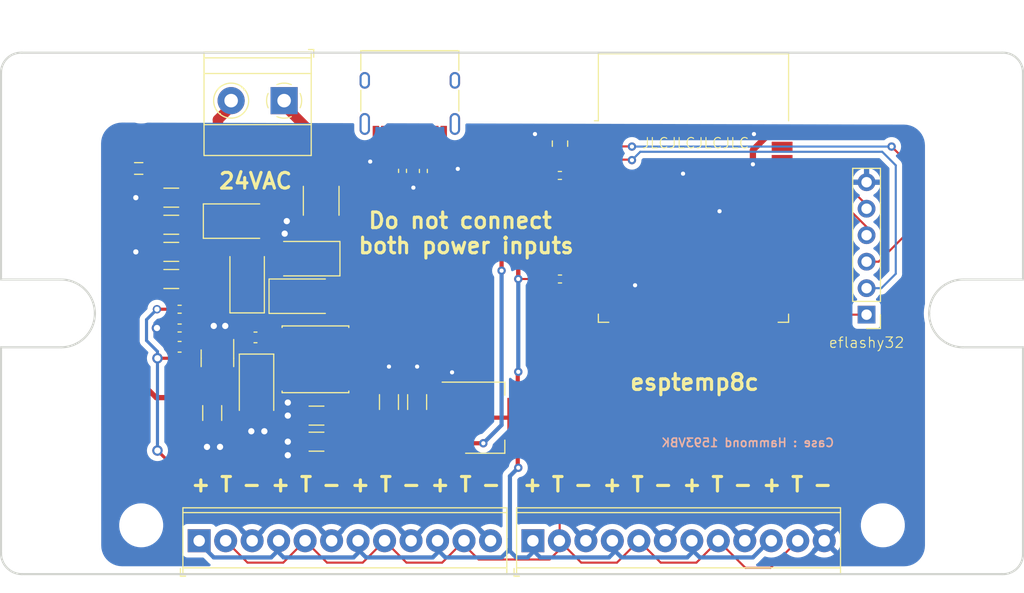
<source format=kicad_pcb>
(kicad_pcb (version 20211014) (generator pcbnew)
  (layers (0 "F.Cu" signal) (31 "B.Cu" signal) (34 "B.Paste" user) (35 "F.Paste" user) (36 "B.SilkS" user "B.Silkscreen") (37 "F.SilkS" user "F.Silkscreen") (38 "B.Mask" user) (39 "F.Mask" user) (44 "Edge.Cuts" user))
  (net 0 "")
  (net 1 "GND")
  (net 2 "/GPIO0")
  (net 3 "/EN")
  (net 4 "/RXD")
  (net 5 "/TXD")
  (net 6 "+5V")
  (net 7 "Net-(D3-Pad1)")
  (net 8 "3V3")
  (net 9 "Net-(C2-Pad1)")
  (net 10 "/Power Section/LX")
  (net 11 "/Power Section/Vrec")
  (net 12 "Net-(C7-Pad1)")
  (net 13 "/Power Section/FB")
  (net 42 "Net-(J4-Pad2)")
  (net 43 "Net-(J4-Pad1)")
  (net 44 "PROBE_BUS")
  (net 45 "Net-(J5-PadA5)")
  (net 49 "Net-(J5-PadB5)")
  (footprint "MountingHole:MountingHole_3.2mm_M3" (layer "F.Cu") (at 51.44 79.32)
    (fp_text reference "H1" hide)
    (fp_text value "MountingHole")
    (pad "" np_thru_hole circle locked (at 0 0) (size 3.2 3.2) (drill 3.2) (layers *.Cu *.Mask))
  )
  (footprint "Capacitor_SMD:C_0603_1608Metric" (layer "F.Cu") (at 55.125 62.2)
    (fp_text reference "C10" hide)
    (fp_text value "0.1uF 50V")
    (pad "1" smd roundrect (at -0.775 0) (size 0.9 0.95) (layers "F.Cu" "F.Paste" "F.Mask") (net 6 "+5V"))
    (pad "2" smd roundrect (at 0.775 0) (size 0.9 0.95) (layers "F.Cu" "F.Paste" "F.Mask") (net 13 "/Power Section/FB"))
  )
  (footprint "Resistor_SMD:R_0402_1005Metric" (layer "F.Cu") (at 55.125 60.4)
    (fp_text reference "R4" hide)
    (fp_text value "680")
    (pad "1" smd roundrect (at -0.51 0) (size 0.54 0.64) (layers "F.Cu" "F.Paste" "F.Mask") (net 1 "GND"))
    (pad "2" smd roundrect (at 0.51 0) (size 0.54 0.64) (layers "F.Cu" "F.Paste" "F.Mask") (net 13 "/Power Section/FB"))
  )
  (footprint "Fuse:Fuse_1812_4532Metric" (layer "F.Cu") (at 68.7 48.2 -90)
    (fp_text reference "F1" hide)
    (fp_text value "140mA hold / 340mA trip mSMD014")
    (pad "1" smd roundrect (at -2.1375 0 270) (size 1.125 3.4) (layers "F.Cu" "F.Paste" "F.Mask") (roundrect_rratio 0.222222) (net 43 "Net-(J4-Pad1)"))
    (pad "2" smd roundrect (at 2.1375 0 270) (size 1.125 3.4) (layers "F.Cu" "F.Paste" "F.Mask") (roundrect_rratio 0.222222) (net 7 "Net-(D3-Pad1)"))
  )
  (footprint "Capacitor_SMD:C_0603_1608Metric" (layer "F.Cu") (at 62.4 61.3)
    (fp_text reference "C2" hide)
    (fp_text value "15nF")
    (pad "1" smd roundrect (at -0.775 0) (size 0.9 0.95) (layers "F.Cu" "F.Paste" "F.Mask") (net 9 "Net-(C2-Pad1)"))
    (pad "2" smd roundrect (at 0.775 0) (size 0.9 0.95) (layers "F.Cu" "F.Paste" "F.Mask") (net 10 "/Power Section/LX"))
  )
  (footprint "Resistor_SMD:R_0402_1005Metric" (layer "F.Cu") (at 91.59 45.77 180)
    (fp_text reference "R1" hide)
    (fp_text value "10k")
    (pad "1" smd roundrect (at -0.51 0 180) (size 0.54 0.64) (layers "F.Cu" "F.Paste" "F.Mask") (net 3 "/EN"))
    (pad "2" smd roundrect (at 0.51 0 180) (size 0.54 0.64) (layers "F.Cu" "F.Paste" "F.Mask") (net 8 "3V3"))
  )
  (footprint "Capacitor_SMD:C_1206_3216Metric" (layer "F.Cu") (at 54.325 55.7 180)
    (fp_text reference "C6" hide)
    (fp_text value "10uF 50V")
    (pad "1" smd roundrect (at -1.475 0 180) (size 1.15 1.8) (layers "F.Cu" "F.Paste" "F.Mask") (roundrect_rratio 0.217391) (net 11 "/Power Section/Vrec"))
    (pad "2" smd roundrect (at 1.475 0 180) (size 1.15 1.8) (layers "F.Cu" "F.Paste" "F.Mask") (roundrect_rratio 0.217391) (net 1 "GND"))
  )
  (footprint "MountingHole:MountingHole_3.2mm_M3" (layer "F.Cu") (at 122.56 79.32)
    (fp_text reference "H2" hide)
    (fp_text value "MountingHole")
    (pad "" np_thru_hole circle locked (at 0 0) (size 3.2 3.2) (drill 3.2) (layers *.Cu *.Mask))
  )
  (footprint "Capacitor_SMD:C_1206_3216Metric" (layer "F.Cu") (at 68.25 71.3 180)
    (fp_text reference "C8" hide)
    (fp_text value "47u")
    (pad "1" smd roundrect (at -1.475 0 180) (size 1.15 1.8) (layers "F.Cu" "F.Paste" "F.Mask") (roundrect_rratio 0.217391) (net 6 "+5V"))
    (pad "2" smd roundrect (at 1.475 0 180) (size 1.15 1.8) (layers "F.Cu" "F.Paste" "F.Mask") (roundrect_rratio 0.217391) (net 1 "GND"))
  )
  (footprint "Capacitor_SMD:C_1206_3216Metric" (layer "F.Cu") (at 68.25 68.8 180)
    (fp_text reference "C9" hide)
    (fp_text value "47u")
    (pad "1" smd roundrect (at -1.475 0 180) (size 1.15 1.8) (layers "F.Cu" "F.Paste" "F.Mask") (roundrect_rratio 0.217391) (net 6 "+5V"))
    (pad "2" smd roundrect (at 1.475 0 180) (size 1.15 1.8) (layers "F.Cu" "F.Paste" "F.Mask") (roundrect_rratio 0.217391) (net 1 "GND"))
  )
  (footprint "MountingHole:MountingHole_3.2mm_M3" (layer "F.Cu") (at 122.56 38.68)
    (fp_text reference "H4" hide)
    (fp_text value "MountingHole")
    (pad "" np_thru_hole circle locked (at 0 0) (size 3.2 3.2) (drill 3.2) (layers *.Cu *.Mask))
  )
  (footprint "Capacitor_SMD:C_1206_3216Metric" (layer "F.Cu") (at 54.325 47.9 180)
    (fp_text reference "C5" hide)
    (fp_text value "10uF 50V")
    (pad "1" smd roundrect (at -1.475 0 180) (size 1.15 1.8) (layers "F.Cu" "F.Paste" "F.Mask") (roundrect_rratio 0.217391) (net 11 "/Power Section/Vrec"))
    (pad "2" smd roundrect (at 1.475 0 180) (size 1.15 1.8) (layers "F.Cu" "F.Paste" "F.Mask") (roundrect_rratio 0.217391) (net 1 "GND"))
  )
  (footprint "Capacitor_SMD:C_0805_2012Metric" (layer "F.Cu") (at 91.6 42.72 -90)
    (fp_text reference "C1" hide)
    (fp_text value "10uF")
    (pad "1" smd roundrect (at -0.95 0 270) (size 1 1.45) (layers "F.Cu" "F.Paste" "F.Mask") (net 1 "GND"))
    (pad "2" smd roundrect (at 0.95 0 270) (size 1 1.45) (layers "F.Cu" "F.Paste" "F.Mask") (net 8 "3V3"))
  )
  (footprint "MountingHole:MountingHole_3.2mm_M3" (layer "F.Cu") (at 51.44 38.68)
    (fp_text reference "H3" hide)
    (fp_text value "MountingHole")
    (pad "" np_thru_hole circle locked (at 0 0) (size 3.2 3.2) (drill 3.2) (layers *.Cu *.Mask))
  )
  (footprint "Inductor_SMD:L_Sunlord_SWPA60xxS" (layer "F.Cu") (at 68.15 63.4)
    (fp_text reference "L1" hide)
    (fp_text value "6.8uH")
    (pad "1" smd rect locked (at -2.25 0) (size 1.7 5.7) (layers "F.Cu" "F.Paste" "F.Mask") (net 10 "/Power Section/LX"))
    (pad "2" smd rect locked (at 2.25 0) (size 1.7 5.7) (layers "F.Cu" "F.Paste" "F.Mask") (net 6 "+5V"))
  )
  (footprint "TerminalBlock_Phoenix:TerminalBlock_Phoenix_MPT-0,5-12-2.54_1x12_P2.54mm_Horizontal" (layer "F.Cu") (at 89 80.8)
    (fp_text reference "J2" hide)
    (fp_text value "Probes")
    (pad "1" thru_hole rect (at 0 0) (size 2.2 2.2) (drill 1.1) (layers *.Cu *.Mask) (net 8 "3V3"))
    (pad "2" thru_hole circle (at 2.54 0) (size 2.2 2.2) (drill 1.1) (layers *.Cu *.Mask) (net 44 "PROBE_BUS"))
    (pad "3" thru_hole circle (at 5.08 0) (size 2.2 2.2) (drill 1.1) (layers *.Cu *.Mask) (net 1 "GND"))
    (pad "4" thru_hole circle (at 7.62 0) (size 2.2 2.2) (drill 1.1) (layers *.Cu *.Mask) (net 8 "3V3"))
    (pad "5" thru_hole circle (at 10.16 0) (size 2.2 2.2) (drill 1.1) (layers *.Cu *.Mask) (net 44 "PROBE_BUS"))
    (pad "6" thru_hole circle (at 12.7 0) (size 2.2 2.2) (drill 1.1) (layers *.Cu *.Mask) (net 1 "GND"))
    (pad "7" thru_hole circle (at 15.24 0) (size 2.2 2.2) (drill 1.1) (layers *.Cu *.Mask) (net 8 "3V3"))
    (pad "8" thru_hole circle (at 17.78 0) (size 2.2 2.2) (drill 1.1) (layers *.Cu *.Mask) (net 44 "PROBE_BUS"))
    (pad "9" thru_hole circle (at 20.32 0) (size 2.2 2.2) (drill 1.1) (layers *.Cu *.Mask) (net 1 "GND"))
    (pad "10" thru_hole circle (at 22.86 0) (size 2.2 2.2) (drill 1.1) (layers *.Cu *.Mask) (net 8 "3V3"))
    (pad "11" thru_hole circle (at 25.4 0) (size 2.2 2.2) (drill 1.1) (layers *.Cu *.Mask) (net 44 "PROBE_BUS"))
    (pad "12" thru_hole circle (at 27.94 0) (size 2.2 2.2) (drill 1.1) (layers *.Cu *.Mask) (net 1 "GND"))
  )
  (footprint "Diode_SMD:D_SMA" (layer "F.Cu") (at 67.1 57.35)
    (fp_text reference "D4" hide)
    (fp_text value "SS210")
    (pad "1" smd rect (at -2 0) (size 2.5 1.8) (layers "F.Cu" "F.Paste" "F.Mask") (net 11 "/Power Section/Vrec"))
    (pad "2" smd rect (at 2 0) (size 2.5 1.8) (layers "F.Cu" "F.Paste" "F.Mask") (net 7 "Net-(D3-Pad1)"))
  )
  (footprint "TerminalBlock_Phoenix:TerminalBlock_Phoenix_MKDS-1,5-2-5.08_1x02_P5.08mm_Horizontal" (layer "F.Cu") (at 65.145 38.595 180)
    (fp_text reference "J4" hide)
    (fp_text value "24VAC")
    (pad "1" thru_hole rect (at 0 0 180) (size 2.6 2.6) (drill 1.3) (layers F&B.Cu *.Mask) (net 43 "Net-(J4-Pad1)"))
    (pad "2" thru_hole circle (at 5.08 0 180) (size 2.6 2.6) (drill 1.3) (layers F&B.Cu *.Mask) (net 42 "Net-(J4-Pad2)"))
  )
  (footprint "Capacitor_SMD:C_1206_3216Metric" (layer "F.Cu") (at 54.325 53.1 180)
    (fp_text reference "C3" hide)
    (fp_text value "10uF 50V")
    (pad "1" smd roundrect (at -1.475 0 180) (size 1.15 1.8) (layers "F.Cu" "F.Paste" "F.Mask") (roundrect_rratio 0.217391) (net 11 "/Power Section/Vrec"))
    (pad "2" smd roundrect (at 1.475 0 180) (size 1.15 1.8) (layers "F.Cu" "F.Paste" "F.Mask") (roundrect_rratio 0.217391) (net 1 "GND"))
  )
  (footprint "Resistor_SMD:R_0402_1005Metric" (layer "F.Cu") (at 76.5 45.33 -90)
    (fp_text reference "R6" hide)
    (fp_text value "5k1")
    (pad "1" smd roundrect (at -0.51 0 270) (size 0.54 0.64) (layers "F.Cu" "F.Paste" "F.Mask") (net 49 "Net-(J5-PadB5)"))
    (pad "2" smd roundrect (at 0.51 0 270) (size 0.54 0.64) (layers "F.Cu" "F.Paste" "F.Mask") (net 1 "GND"))
  )
  (footprint "Capacitor_SMD:C_1206_3216Metric" (layer "F.Cu") (at 54.325 50.5 180)
    (fp_text reference "C4" hide)
    (fp_text value "10uF 50V")
    (pad "1" smd roundrect (at -1.475 0 180) (size 1.15 1.8) (layers "F.Cu" "F.Paste" "F.Mask") (roundrect_rratio 0.217391) (net 11 "/Power Section/Vrec"))
    (pad "2" smd roundrect (at 1.475 0 180) (size 1.15 1.8) (layers "F.Cu" "F.Paste" "F.Mask") (roundrect_rratio 0.217391) (net 1 "GND"))
  )
  (footprint "Connector_PinHeader_2.54mm:PinHeader_1x06_P2.54mm_Vertical" (layer "F.Cu") (at 121 59.12 180)
    (fp_text reference "J3" hide)
    (fp_text value "eflashy32")
    (pad "1" thru_hole rect (at 0 0 180) (size 1.7 1.7) (drill 1) (layers *.Cu *.Mask) (net 2 "/GPIO0"))
    (pad "2" thru_hole oval (at 0 2.54 180) (size 1.7 1.7) (drill 1) (layers *.Cu *.Mask) (net 3 "/EN"))
    (pad "3" thru_hole oval (at 0 5.08 180) (size 1.7 1.7) (drill 1) (layers *.Cu *.Mask) (net 8 "3V3"))
    (pad "4" thru_hole oval (at 0 7.62 180) (size 1.7 1.7) (drill 1) (layers *.Cu *.Mask) (net 4 "/RXD"))
    (pad "5" thru_hole oval (at 0 10.16 180) (size 1.7 1.7) (drill 1) (layers *.Cu *.Mask) (net 5 "/TXD"))
    (pad "6" thru_hole oval (at 0 12.7 180) (size 1.7 1.7) (drill 1) (layers *.Cu *.Mask) (net 1 "GND"))
  )
  (footprint "Capacitor_SMD:C_1206_3216Metric" (layer "F.Cu") (at 77.9 67.5 90)
    (fp_text reference "C11" hide)
    (fp_text value "10uF 50V")
    (pad "1" smd roundrect (at -1.475 0 90) (size 1.15 1.8) (layers "F.Cu" "F.Paste" "F.Mask") (roundrect_rratio 0.217391) (net 8 "3V3"))
    (pad "2" smd roundrect (at 1.475 0 90) (size 1.15 1.8) (layers "F.Cu" "F.Paste" "F.Mask") (roundrect_rratio 0.217391) (net 1 "GND"))
  )
  (footprint "Diode_SMD:D_SMA" (layer "F.Cu") (at 67.1 53.75 180)
    (fp_text reference "D3" hide)
    (fp_text value "SS210")
    (pad "1" smd rect (at -2 0 180) (size 2.5 1.8) (layers "F.Cu" "F.Paste" "F.Mask") (net 7 "Net-(D3-Pad1)"))
    (pad "2" smd rect (at 2 0 180) (size 2.5 1.8) (layers "F.Cu" "F.Paste" "F.Mask") (net 1 "GND"))
  )
  (footprint "Package_TO_SOT_SMD:SOT-223-3_TabPin2" (layer "F.Cu") (at 84.4 69)
    (fp_text reference "U3" hide)
    (fp_text value "AMS1117-3.3")
    (pad "1" smd rect (at -3.15 -2.3) (size 2 1.5) (layers "F.Cu" "F.Paste" "F.Mask") (net 1 "GND"))
    (pad "2" smd rect (at 3.15 0) (size 2 3.8) (layers "F.Cu" "F.Paste" "F.Mask") (net 8 "3V3"))
    (pad "2" smd rect (at -3.15 0) (size 2 1.5) (layers "F.Cu" "F.Paste" "F.Mask") (net 8 "3V3"))
    (pad "3" smd rect (at -3.15 2.3) (size 2 1.5) (layers "F.Cu" "F.Paste" "F.Mask") (net 6 "+5V"))
  )
  (footprint "Diode_SMD:D_SMA" (layer "F.Cu") (at 61.6 55.55 90)
    (fp_text reference "D2" hide)
    (fp_text value "SS210")
    (pad "1" smd rect (at -2 0 90) (size 2.5 1.8) (layers "F.Cu" "F.Paste" "F.Mask") (net 11 "/Power Section/Vrec"))
    (pad "2" smd rect (at 2 0 90) (size 2.5 1.8) (layers "F.Cu" "F.Paste" "F.Mask") (net 42 "Net-(J4-Pad2)"))
  )
  (footprint "Diode_SMD:D_SMA" (layer "F.Cu") (at 62.5 66.3 -90)
    (fp_text reference "D5" hide)
    (fp_text value "SS210")
    (pad "1" smd rect (at -2 0 270) (size 2.5 1.8) (layers "F.Cu" "F.Paste" "F.Mask") (net 10 "/Power Section/LX"))
    (pad "2" smd rect (at 2 0 270) (size 2.5 1.8) (layers "F.Cu" "F.Paste" "F.Mask") (net 1 "GND"))
  )
  (footprint "Connector_USB:USB_C_Receptacle_HRO_TYPE-C-31-M-12" (layer "F.Cu") (at 77.2 37.7 180)
    (fp_text reference "J5" hide)
    (fp_text value "USB_C_Receptacle_USB2.0")
    (pad "" np_thru_hole circle (at 2.89 -2.6 180) (size 0.65 0.65) (drill 0.65) (layers *.Cu *.Mask))
    (pad "" np_thru_hole circle (at -2.89 -2.6 180) (size 0.65 0.65) (drill 0.65) (layers *.Cu *.Mask))
    (pad "A1" smd rect (at -3.25 -4.045 180) (size 0.6 1.45) (layers "F.Cu" "F.Paste" "F.Mask") (net 1 "GND"))
    (pad "A4" smd rect (at -2.45 -4.045 180) (size 0.6 1.45) (layers "F.Cu" "F.Paste" "F.Mask") (net 6 "+5V"))
    (pad "A5" smd rect (at -1.25 -4.045 180) (size 0.3 1.45) (layers "F.Cu" "F.Paste" "F.Mask") (net 45 "Net-(J5-PadA5)"))
    (pad "A6" smd rect (at -0.25 -4.045 180) (size 0.3 1.45) (layers "F.Cu" "F.Paste" "F.Mask"))
    (pad "A7" smd rect (at 0.25 -4.045 180) (size 0.3 1.45) (layers "F.Cu" "F.Paste" "F.Mask"))
    (pad "A8" smd rect (at 1.25 -4.045 180) (size 0.3 1.45) (layers "F.Cu" "F.Paste" "F.Mask"))
    (pad "A9" smd rect (at 2.45 -4.045 180) (size 0.6 1.45) (layers "F.Cu" "F.Paste" "F.Mask") (net 6 "+5V"))
    (pad "A12" smd rect (at 3.25 -4.045 180) (size 0.6 1.45) (layers "F.Cu" "F.Paste" "F.Mask") (net 1 "GND"))
    (pad "B1" smd rect (at 3.25 -4.045 180) (size 0.6 1.45) (layers "F.Cu" "F.Paste" "F.Mask") (net 1 "GND"))
    (pad "B4" smd rect (at 2.45 -4.045 180) (size 0.6 1.45) (layers "F.Cu" "F.Paste" "F.Mask") (net 6 "+5V"))
    (pad "B5" smd rect (at 1.75 -4.045 180) (size 0.3 1.45) (layers "F.Cu" "F.Paste" "F.Mask") (net 49 "Net-(J5-PadB5)"))
    (pad "B6" smd rect (at 0.75 -4.045 180) (size 0.3 1.45) (layers "F.Cu" "F.Paste" "F.Mask"))
    (pad "B7" smd rect (at -0.75 -4.045 180) (size 0.3 1.45) (layers "F.Cu" "F.Paste" "F.Mask"))
    (pad "B8" smd rect (at -1.75 -4.045 180) (size 0.3 1.45) (layers "F.Cu" "F.Paste" "F.Mask"))
    (pad "B9" smd rect (at -2.45 -4.045 180) (size 0.6 1.45) (layers "F.Cu" "F.Paste" "F.Mask") (net 6 "+5V"))
    (pad "B12" smd rect (at -3.25 -4.045 180) (size 0.6 1.45) (layers "F.Cu" "F.Paste" "F.Mask") (net 1 "GND"))
    (pad "S1" thru_hole oval (at 4.32 -3.13 180) (size 1 2.1) (drill oval 0.6 1.7) (layers *.Cu *.Mask))
    (pad "S1" thru_hole oval (at 4.32 1.05 180) (size 1 1.6) (drill oval 0.6 1.2) (layers *.Cu *.Mask))
    (pad "S1" thru_hole oval (at -4.32 1.05 180) (size 1 1.6) (drill oval 0.6 1.2) (layers *.Cu *.Mask))
    (pad "S1" thru_hole oval (at -4.32 -3.13 180) (size 1 2.1) (drill oval 0.6 1.7) (layers *.Cu *.Mask))
  )
  (footprint "Capacitor_SMD:C_1206_3216Metric" (layer "F.Cu") (at 58.25 68.55 -90)
    (fp_text reference "C7" hide)
    (fp_text value "10uF 50V")
    (pad "1" smd roundrect (at -1.475 0 270) (size 1.15 1.8) (layers "F.Cu" "F.Paste" "F.Mask") (roundrect_rratio 0.217391) (net 12 "Net-(C7-Pad1)"))
    (pad "2" smd roundrect (at 1.475 0 270) (size 1.15 1.8) (layers "F.Cu" "F.Paste" "F.Mask") (roundrect_rratio 0.217391) (net 1 "GND"))
  )
  (footprint "Resistor_SMD:R_0402_1005Metric" (layer "F.Cu") (at 55.125 58.6 180)
    (fp_text reference "R3" hide)
    (fp_text value "3k9")
    (pad "1" smd roundrect (at -0.51 0 180) (size 0.54 0.64) (layers "F.Cu" "F.Paste" "F.Mask") (net 13 "/Power Section/FB"))
    (pad "2" smd roundrect (at 0.51 0 180) (size 0.54 0.64) (layers "F.Cu" "F.Paste" "F.Mask") (net 6 "+5V"))
  )
  (footprint "RF_Module:ESP32-WROOM-32" (layer "F.Cu") (at 104.4 49.97)
    (fp_text reference "U1" hide)
    (fp_text value "ESP32-WROOM-32D")
    (pad "1" smd rect (at -8.5 -8.255) (size 2 0.9) (layers "F.Cu" "F.Paste" "F.Mask") (net 1 "GND"))
    (pad "2" smd rect (at -8.5 -6.985) (size 2 0.9) (layers "F.Cu" "F.Paste" "F.Mask") (net 8 "3V3"))
    (pad "3" smd rect (at -8.5 -5.715) (size 2 0.9) (layers "F.Cu" "F.Paste" "F.Mask") (net 3 "/EN"))
    (pad "4" smd rect (at -8.5 -4.445) (size 2 0.9) (layers "F.Cu" "F.Paste" "F.Mask"))
    (pad "5" smd rect (at -8.5 -3.175) (size 2 0.9) (layers "F.Cu" "F.Paste" "F.Mask"))
    (pad "6" smd rect (at -8.5 -1.905) (size 2 0.9) (layers "F.Cu" "F.Paste" "F.Mask"))
    (pad "7" smd rect (at -8.5 -0.635) (size 2 0.9) (layers "F.Cu" "F.Paste" "F.Mask"))
    (pad "8" smd rect (at -8.5 0.635) (size 2 0.9) (layers "F.Cu" "F.Paste" "F.Mask"))
    (pad "9" smd rect (at -8.5 1.905) (size 2 0.9) (layers "F.Cu" "F.Paste" "F.Mask"))
    (pad "10" smd rect (at -8.5 3.175) (size 2 0.9) (layers "F.Cu" "F.Paste" "F.Mask"))
    (pad "11" smd rect (at -8.5 4.445) (size 2 0.9) (layers "F.Cu" "F.Paste" "F.Mask"))
    (pad "12" smd rect (at -8.5 5.715) (size 2 0.9) (layers "F.Cu" "F.Paste" "F.Mask") (net 44 "PROBE_BUS"))
    (pad "13" smd rect (at -8.5 6.985) (size 2 0.9) (layers "F.Cu" "F.Paste" "F.Mask"))
    (pad "14" smd rect (at -8.5 8.255) (size 2 0.9) (layers "F.Cu" "F.Paste" "F.Mask"))
    (pad "15" smd rect (at -5.715 9.255 90) (size 2 0.9) (layers "F.Cu" "F.Paste" "F.Mask") (net 1 "GND"))
    (pad "16" smd rect (at -4.445 9.255 90) (size 2 0.9) (layers "F.Cu" "F.Paste" "F.Mask"))
    (pad "17" smd rect (at -3.175 9.255 90) (size 2 0.9) (layers "F.Cu" "F.Paste" "F.Mask"))
    (pad "18" smd rect (at -1.905 9.255 90) (size 2 0.9) (layers "F.Cu" "F.Paste" "F.Mask"))
    (pad "19" smd rect (at -0.635 9.255 90) (size 2 0.9) (layers "F.Cu" "F.Paste" "F.Mask"))
    (pad "20" smd rect (at 0.635 9.255 90) (size 2 0.9) (layers "F.Cu" "F.Paste" "F.Mask"))
    (pad "21" smd rect (at 1.905 9.255 90) (size 2 0.9) (layers "F.Cu" "F.Paste" "F.Mask"))
    (pad "22" smd rect (at 3.175 9.255 90) (size 2 0.9) (layers "F.Cu" "F.Paste" "F.Mask"))
    (pad "23" smd rect (at 4.445 9.255 90) (size 2 0.9) (layers "F.Cu" "F.Paste" "F.Mask"))
    (pad "24" smd rect (at 5.715 9.255 90) (size 2 0.9) (layers "F.Cu" "F.Paste" "F.Mask"))
    (pad "25" smd rect (at 8.5 8.255) (size 2 0.9) (layers "F.Cu" "F.Paste" "F.Mask") (net 2 "/GPIO0"))
    (pad "26" smd rect (at 8.5 6.985) (size 2 0.9) (layers "F.Cu" "F.Paste" "F.Mask"))
    (pad "27" smd rect (at 8.5 5.715) (size 2 0.9) (layers "F.Cu" "F.Paste" "F.Mask"))
    (pad "28" smd rect (at 8.5 4.445) (size 2 0.9) (layers "F.Cu" "F.Paste" "F.Mask"))
    (pad "29" smd rect (at 8.5 3.175) (size 2 0.9) (layers "F.Cu" "F.Paste" "F.Mask"))
    (pad "30" smd rect (at 8.5 1.905) (size 2 0.9) (layers "F.Cu" "F.Paste" "F.Mask"))
    (pad "31" smd rect (at 8.5 0.635) (size 2 0.9) (layers "F.Cu" "F.Paste" "F.Mask"))
    (pad "32" smd rect (at 8.5 -0.635) (size 2 0.9) (layers "F.Cu" "F.Paste" "F.Mask"))
    (pad "33" smd rect (at 8.5 -1.905) (size 2 0.9) (layers "F.Cu" "F.Paste" "F.Mask"))
    (pad "34" smd rect (at 8.5 -3.175) (size 2 0.9) (layers "F.Cu" "F.Paste" "F.Mask") (net 4 "/RXD"))
    (pad "35" smd rect (at 8.5 -4.445) (size 2 0.9) (layers "F.Cu" "F.Paste" "F.Mask") (net 5 "/TXD"))
    (pad "36" smd rect (at 8.5 -5.715) (size 2 0.9) (layers "F.Cu" "F.Paste" "F.Mask"))
    (pad "37" smd rect (at 8.5 -6.985) (size 2 0.9) (layers "F.Cu" "F.Paste" "F.Mask"))
    (pad "38" smd rect (at 8.5 -8.255) (size 2 0.9) (layers "F.Cu" "F.Paste" "F.Mask") (net 1 "GND"))
    (pad "39" smd rect (at -1 -0.755) (size 5 5) (layers "F.Cu" "F.Paste" "F.Mask") (net 1 "GND"))
    (zone (net 0) (net_name "") (layers *.Cu) (connect_pads (clearance 0)) (min_thickness 0.254)
      (keepout (tracks not_allowed) (vias not_allowed) (pads not_allowed) (copperpour not_allowed) (footprints not_allowed))
      (fill (thermal_gap 0.508) (thermal_bridge_width 0.508))
      (polygon (pts (xy 90.4 40) (xy 118.4 40) (xy 118.4 29.22) (xy 90.4 29.22)))
    )
  )
  (footprint "Diode_SMD:D_SMA" (layer "F.Cu") (at 60.8 50.15)
    (fp_text reference "D1" hide)
    (fp_text value "SS210")
    (pad "1" smd rect (at -2 0) (size 2.5 1.8) (layers "F.Cu" "F.Paste" "F.Mask") (net 42 "Net-(J4-Pad2)"))
    (pad "2" smd rect (at 2 0) (size 2.5 1.8) (layers "F.Cu" "F.Paste" "F.Mask") (net 1 "GND"))
  )
  (footprint "Inductor_SMD:L_0805_2012Metric" (layer "F.Cu") (at 51.2 45.1)
    (fp_text reference "FB1" hide)
    (fp_text value "600@100MHz")
    (pad "1" smd roundrect (at -1.0625 0) (size 0.875 1.2) (layers "F.Cu" "F.Paste" "F.Mask") (net 12 "Net-(C7-Pad1)"))
    (pad "2" smd roundrect (at 1.0625 0) (size 0.875 1.2) (layers "F.Cu" "F.Paste" "F.Mask") (net 11 "/Power Section/Vrec"))
  )
  (footprint "TerminalBlock_Phoenix:TerminalBlock_Phoenix_MPT-0,5-12-2.54_1x12_P2.54mm_Horizontal" (layer "F.Cu") (at 57 80.8)
    (fp_text reference "J1" hide)
    (fp_text value "Probes")
    (pad "1" thru_hole rect (at 0 0) (size 2.2 2.2) (drill 1.1) (layers *.Cu *.Mask) (net 8 "3V3"))
    (pad "2" thru_hole circle (at 2.54 0) (size 2.2 2.2) (drill 1.1) (layers *.Cu *.Mask) (net 44 "PROBE_BUS"))
    (pad "3" thru_hole circle (at 5.08 0) (size 2.2 2.2) (drill 1.1) (layers *.Cu *.Mask) (net 1 "GND"))
    (pad "4" thru_hole circle (at 7.62 0) (size 2.2 2.2) (drill 1.1) (layers *.Cu *.Mask) (net 8 "3V3"))
    (pad "5" thru_hole circle (at 10.16 0) (size 2.2 2.2) (drill 1.1) (layers *.Cu *.Mask) (net 44 "PROBE_BUS"))
    (pad "6" thru_hole circle (at 12.7 0) (size 2.2 2.2) (drill 1.1) (layers *.Cu *.Mask) (net 1 "GND"))
    (pad "7" thru_hole circle (at 15.24 0) (size 2.2 2.2) (drill 1.1) (layers *.Cu *.Mask) (net 8 "3V3"))
    (pad "8" thru_hole circle (at 17.78 0) (size 2.2 2.2) (drill 1.1) (layers *.Cu *.Mask) (net 44 "PROBE_BUS"))
    (pad "9" thru_hole circle (at 20.32 0) (size 2.2 2.2) (drill 1.1) (layers *.Cu *.Mask) (net 1 "GND"))
    (pad "10" thru_hole circle (at 22.86 0) (size 2.2 2.2) (drill 1.1) (layers *.Cu *.Mask) (net 8 "3V3"))
    (pad "11" thru_hole circle (at 25.4 0) (size 2.2 2.2) (drill 1.1) (layers *.Cu *.Mask) (net 44 "PROBE_BUS"))
    (pad "12" thru_hole circle (at 27.94 0) (size 2.2 2.2) (drill 1.1) (layers *.Cu *.Mask) (net 1 "GND"))
  )
  (footprint "Package_TO_SOT_SMD:SOT-23-6" (layer "F.Cu") (at 58.75 63.3 -90)
    (fp_text reference "U2" hide)
    (fp_text value "BD9G101G")
    (pad "1" smd roundrect (at -1.1375 -0.95 270) (size 1.325 0.6) (layers "F.Cu" "F.Paste" "F.Mask") (net 9 "Net-(C2-Pad1)"))
    (pad "2" smd roundrect (at -1.1375 0 270) (size 1.325 0.6) (layers "F.Cu" "F.Paste" "F.Mask") (net 1 "GND"))
    (pad "3" smd roundrect (at -1.1375 0.95 270) (size 1.325 0.6) (layers "F.Cu" "F.Paste" "F.Mask") (net 13 "/Power Section/FB"))
    (pad "4" smd roundrect (at 1.1375 0.95 270) (size 1.325 0.6) (layers "F.Cu" "F.Paste" "F.Mask") (net 12 "Net-(C7-Pad1)"))
    (pad "5" smd roundrect (at 1.1375 0 270) (size 1.325 0.6) (layers "F.Cu" "F.Paste" "F.Mask") (net 12 "Net-(C7-Pad1)"))
    (pad "6" smd roundrect (at 1.1375 -0.95 270) (size 1.325 0.6) (layers "F.Cu" "F.Paste" "F.Mask") (net 10 "/Power Section/LX"))
  )
  (footprint "Resistor_SMD:R_0402_1005Metric" (layer "F.Cu") (at 91.6 55.7)
    (fp_text reference "R2" hide)
    (fp_text value "5k1")
    (pad "1" smd roundrect (at -0.51 0) (size 0.54 0.64) (layers "F.Cu" "F.Paste" "F.Mask") (net 8 "3V3"))
    (pad "2" smd roundrect (at 0.51 0) (size 0.54 0.64) (layers "F.Cu" "F.Paste" "F.Mask") (net 44 "PROBE_BUS"))
  )
  (footprint "Capacitor_SMD:C_1206_3216Metric" (layer "F.Cu") (at 75.2 67.5 90)
    (fp_text reference "C12" hide)
    (fp_text value "10uF 50V")
    (pad "1" smd roundrect (at -1.475 0 90) (size 1.15 1.8) (layers "F.Cu" "F.Paste" "F.Mask") (roundrect_rratio 0.217391) (net 8 "3V3"))
    (pad "2" smd roundrect (at 1.475 0 90) (size 1.15 1.8) (layers "F.Cu" "F.Paste" "F.Mask") (roundrect_rratio 0.217391) (net 1 "GND"))
  )
  (footprint "Resistor_SMD:R_0402_1005Metric" (layer "F.Cu") (at 78.5 45.34 -90)
    (fp_text reference "R5" hide)
    (fp_text value "5k1")
    (pad "1" smd roundrect (at -0.51 0 270) (size 0.54 0.64) (layers "F.Cu" "F.Paste" "F.Mask") (net 45 "Net-(J5-PadA5)"))
    (pad "2" smd roundrect (at 0.51 0 270) (size 0.54 0.64) (layers "F.Cu" "F.Paste" "F.Mask") (net 1 "GND"))
  )
  (gr_arc locked (start 136 82.085786) (mid 135.408789 83.470002) (end 134 83.999999) (layer "Edge.Cuts") (width 0.2))
  (gr_arc locked (start 47 59) (mid 46.048097 61.298097) (end 43.75 62.25) (layer "Edge.Cuts") (width 0.2))
  (gr_arc locked (start 38 35.914214) (mid 38.591211 34.529998) (end 40 34) (layer "Edge.Cuts") (width 0.2))
  (gr_line locked (start 136 82.085786) (end 136 62.25) (layer "Edge.Cuts") (width 0.2))
  (gr_arc locked (start 134 34) (mid 135.408789 34.529998) (end 136 35.914214) (layer "Edge.Cuts") (width 0.2))
  (gr_arc locked (start 130.25 62.25) (mid 127.951903 61.298097) (end 127 59) (layer "Edge.Cuts") (width 0.2))
  (gr_line locked (start 38 62.25) (end 43.75 62.25) (layer "Edge.Cuts") (width 0.2))
  (gr_line locked (start 38 35.914214) (end 38 55.75) (layer "Edge.Cuts") (width 0.2))
  (gr_arc locked (start 40 83.999999) (mid 38.585786 83.414213) (end 38 81.999999) (layer "Edge.Cuts") (width 0.2))
  (gr_line locked (start 130.25 55.75) (end 136 55.75) (layer "Edge.Cuts") (width 0.2))
  (gr_line locked (start 136 55.75) (end 136 35.914214) (layer "Edge.Cuts") (width 0.2))
  (gr_arc locked (start 43.75 55.75) (mid 46.048097 56.701903) (end 47 59) (layer "Edge.Cuts") (width 0.2))
  (gr_line locked (start 134 34) (end 40 34) (layer "Edge.Cuts") (width 0.2))
  (gr_line locked (start 127 59) (end 127 59) (layer "Edge.Cuts") (width 0.2))
  (gr_line locked (start 38 62.25) (end 38 81.999999) (layer "Edge.Cuts") (width 0.2))
  (gr_arc locked (start 127 59) (mid 127.951903 56.701903) (end 130.25 55.75) (layer "Edge.Cuts") (width 0.2))
  (gr_line locked (start 40 83.999999) (end 134 83.999999) (layer "Edge.Cuts") (width 0.2))
  (gr_line locked (start 136 62.25) (end 130.25 62.25) (layer "Edge.Cuts") (width 0.2))
  (gr_line locked (start 43.75 55.75) (end 38 55.75) (layer "Edge.Cuts") (width 0.2))
  (gr_text "Case : Hammond 1593VBK" (at 109.6 71.4) (layer "B.SilkS") (effects (font (size 0.8128 0.8128) (thickness 0.1524)) (justify mirror)))
  (gr_text "+ T - + T - + T - + T -" (at 56.1 75.4) (layer "F.SilkS") (effects (font (size 1.385 1.385) (thickness 0.3048)) (justify left)))
  (gr_text "esptemp8c" (at 104.5 65.6) (layer "F.SilkS") (effects (font (size 1.524 1.524) (thickness 0.3048))))
  (gr_text "+ T - + T - + T - + T -" (at 87.9 75.4) (layer "F.SilkS") (effects (font (size 1.385 1.385) (thickness 0.3048)) (justify left)))
  (gr_text "Do not connect \nboth power inputs" (at 82.6 51.3) (layer "F.SilkS") (effects (font (size 1.5 1.5) (thickness 0.3))))
  (gr_text "eflashy32" (at 121 61.8) (layer "F.SilkS") (effects (font (size 1 1) (thickness 0.1))))
  (gr_text "JLCJLCJLCJLC" (at 104.6 42.67) (layer "F.SilkS") (effects (font (size 1 1) (thickness 0.1))))
  (gr_text "24VAC" (at 62.4 46.3) (layer "F.SilkS") (effects (font (size 1.5 1.5) (thickness 0.3))))
  (segment (start 52.85 53.1) (end 50.925 53.1) (width 1) (layer "F.Cu") (net 1))
  (segment (start 52.85 47.9) (end 50.925 47.9) (width 1) (layer "F.Cu") (net 1))
  (segment (start 58.75 60.55) (end 58.75 62.1625) (width 0.6) (layer "F.Cu") (net 1))
  (segment (start 75.2 66.025) (end 75.2 64.1) (width 0.4) (layer "F.Cu") (net 1))
  (segment (start 62.5 68.3) (end 62.5 69.55) (width 1) (layer "F.Cu") (net 1))
  (segment (start 77.54 46.94) (end 78.36 46.94) (width 0.2) (layer "F.Cu") (net 1))
  (segment (start 78.5 46.8) (end 78.5 45.85) (width 0.2) (layer "F.Cu") (net 1))
  (segment (start 66.775 71.3) (end 65.5 71.3) (width 1) (layer "F.Cu") (net 1))
  (segment (start 95.845 41.77) (end 95.9 41.715) (width 0.6) (layer "F.Cu") (net 1))
  (segment (start 66.775 68.8) (end 66.775 70.025) (width 1) (layer "F.Cu") (net 1))
  (segment (start 98.685 56.415) (end 98.685 59.225) (width 0.6) (layer "F.Cu") (net 1))
  (segment (start 89.23 41.77) (end 89.2 41.8) (width 0.6) (layer "F.Cu") (net 1))
  (segment (start 66.775 70.075) (end 65.5 68.8) (width 1) (layer "F.Cu") (net 1))
  (segment (start 66.775 71.3) (end 66.775 70.075) (width 1) (layer "F.Cu") (net 1))
  (segment (start 91.6 41.77) (end 89.23 41.77) (width 0.6) (layer "F.Cu") (net 1))
  (segment (start 66.775 71.325) (end 65.5 72.6) (width 0.6) (layer "F.Cu") (net 1))
  (segment (start 77.9 64.1) (end 77.9 66.025) (width 0.4) (layer "F.Cu") (net 1))
  (segment (start 62.5 68.3) (end 62.5 69.8) (width 1) (layer "F.Cu") (net 1))
  (segment (start 58.25 71.3) (end 57.75 71.8) (width 1) (layer "F.Cu") (net 1))
  (segment (start 66.775 71.3) (end 66.775 71.325) (width 0.6) (layer "F.Cu") (net 1))
  (segment (start 65.5 67.55) (end 65.5 72.6) (width 1) (layer "F.Cu") (net 1))
  (segment (start 81.25 64.65) (end 81.25 66.7) (width 0.4) (layer "F.Cu") (net 1))
  (segment (start 81.8 45.14) (end 80.45 43.79) (width 0.4) (layer "F.Cu") (net 1))
  (segment (start 59.5 60.2) (end 58.75 60.95) (width 0.6) (layer "F.Cu") (net 1))
  (segment (start 76.84 46.94) (end 76.5 46.6) (width 0.2) (layer "F.Cu") (net 1))
  (segment (start 103.4 49.215) (end 103.4 45.6) (width 0.6) (layer "F.Cu") (net 1))
  (segment (start 110.285 41.715) (end 110.2 41.8) (width 0.6) (layer "F.Cu") (net 1))
  (segment (start 77.54 46.94) (end 76.84 46.94) (width 0.2) (layer "F.Cu") (net 1))
  (segment (start 73.4 44.44) (end 73.95 43.89) (width 0.4) (layer "F.Cu") (net 1))
  (segment (start 58.25 71.05) (end 59 71.8) (width 1) (layer "F.Cu") (net 1))
  (segment (start 81.25 66.7) (end 80.2 66.7) (width 0.4) (layer "F.Cu") (net 1))
  (segment (start 76.5 46.6) (end 76.5 45.84) (width 0.2) (layer "F.Cu") (net 1))
  (segment (start 110.1 43.335) (end 111.72 41.715) (width 0.6) (layer "F.Cu") (net 1))
  (segment (start 62.5 69.8) (end 62 70.3) (width 1) (layer "F.Cu") (net 1))
  (segment (start 65.525 67.55) (end 66.775 68.8) (width 0.6) (layer "F.Cu") (net 1))
  (segment (start 63.25 70.3) (end 62 70.3) (width 1) (layer "F.Cu") (net 1))
  (segment (start 65.1 51.45) (end 65.2 51.35) (width 1) (layer "F.Cu") (net 1))
  (segment (start 103.4 49.215) (end 106.885 49.215) (width 0.6) (layer "F.Cu") (net 1))
  (segment (start 112.9 41.715) (end 110.285 41.715) (width 0.6) (layer "F.Cu") (net 1))
  (segment (start 65.5 67.55) (end 65.525 67.55) (width 0.6) (layer "F.Cu") (net 1))
  (segment (start 59.5 60.2) (end 58.4 60.2) (width 1) (layer "F.Cu") (net 1))
  (segment (start 59 71.8) (end 57.75 71.8) (width 1) (layer "F.Cu") (net 1))
  (segment (start 65.1 53.75) (end 65.1 51.45) (width 1) (layer "F.Cu") (net 1))
  (segment (start 65.4 51.15) (end 65.2 51.35) (width 1) (layer "F.Cu") (net 1))
  (segment (start 58.25 70.025) (end 58.25 71.05) (width 1) (layer "F.Cu") (net 1))
  (segment (start 62.8 50.15) (end 65.4 50.15) (width 1) (layer "F.Cu") (net 1))
  (segment (start 110.1 44.7) (end 110.1 43.335) (width 0.6) (layer "F.Cu") (net 1))
  (segment (start 58.4 60.2) (end 58.75 60.55) (width 0.6) (layer "F.Cu") (net 1))
  (segment (start 58.25 70.025) (end 58.25 71.3) (width 1) (layer "F.Cu") (net 1))
  (segment (start 62.5 69.55) (end 63.25 70.3) (width 1) (layer "F.Cu") (net 1))
  (segment (start 65.4 50.15) (end 65.4 51.15) (width 1) (layer "F.Cu") (net 1))
  (segment (start 75.2 66.025) (end 77.9 66.025) (width 0.4) (layer "F.Cu") (net 1))
  (segment (start 52.85 47.9) (end 52.85 55.7) (width 1) (layer "F.Cu") (net 1))
  (segment (start 98.8 56.3) (end 98.685 56.415) (width 0.6) (layer "F.Cu") (net 1))
  (segment (start 78.36 46.94) (end 78.5 46.8) (width 0.2) (layer "F.Cu") (net 1))
  (segment (start 54.3 60.4) (end 52.95 60.4) (width 0.3) (layer "F.Cu") (net 1))
  (segment (start 80.45 43.79) (end 80.45 42.185) (width 0.4) (layer "F.Cu") (net 1))
  (segment (start 66.775 68.8) (end 65.5 68.8) (width 1) (layer "F.Cu") (net 1))
  (segment (start 111.72 41.715) (end 112.9 41.715) (width 0.6) (layer "F.Cu") (net 1))
  (segment (start 66.775 70.025) (end 65.5 71.3) (width 1) (layer "F.Cu") (net 1))
  (segment (start 106.885 49.215) (end 106.9 49.2) (width 0.6) (layer "F.Cu") (net 1))
  (segment (start 79.5 66) (end 77.925 66) (width 0.4) (layer "F.Cu") (net 1))
  (segment (start 77.925 66) (end 77.9 66.025) (width 0.4) (layer "F.Cu") (net 1))
  (segment (start 58.75 60.95) (end 58.75 62.1625) (width 0.6) (layer "F.Cu") (net 1))
  (segment (start 80.2 66.7) (end 79.5 66) (width 0.4) (layer "F.Cu") (net 1))
  (segment (start 91.6 41.77) (end 95.845 41.77) (width 0.6) (layer "F.Cu") (net 1))
  (segment (start 73.95 43.89) (end 73.95 42.185) (width 0.4) (layer "F.Cu") (net 1))
  (via (at 50.925 53.1) (size 0.8) (drill 0.5) (layers "F.Cu" "B.Cu") (net 1))
  (via (at 65.5 67.55) (size 1) (drill 0.6) (layers "F.Cu" "B.Cu") (net 1))
  (via (at 65.5 71.3) (size 1) (drill 0.6) (layers "F.Cu" "B.Cu") (net 1))
  (via (at 89.2 41.8) (size 0.8) (drill 0.4) (layers "F.Cu" "B.Cu") (net 1))
  (via (at 65.2 51.35) (size 1) (drill 0.6) (layers "F.Cu" "B.Cu") (net 1))
  (via (at 58.4 60.2) (size 1) (drill 0.6) (layers "F.Cu" "B.Cu") (net 1))
  (via (at 50.925 47.9) (size 0.8) (drill 0.5) (layers "F.Cu" "B.Cu") (net 1))
  (via (at 98.8 56.3) (size 0.8) (drill 0.4) (layers "F.Cu" "B.Cu") (net 1))
  (via (at 59.5 60.2) (size 1) (drill 0.6) (layers "F.Cu" "B.Cu") (net 1))
  (via (at 59 71.8) (size 1) (drill 0.6) (layers "F.Cu" "B.Cu") (net 1))
  (via (at 81.25 64.65) (size 0.8) (drill 0.4) (layers "F.Cu" "B.Cu") (net 1))
  (via (at 81.8 45.14) (size 0.8) (drill 0.4) (layers "F.Cu" "B.Cu") (net 1))
  (via (at 57.75 71.8) (size 1) (drill 0.6) (layers "F.Cu" "B.Cu") (net 1))
  (via (at 65.5 72.6) (size 1) (drill 0.6) (layers "F.Cu" "B.Cu") (net 1))
  (via (at 73.4 44.44) (size 0.8) (drill 0.4) (layers "F.Cu" "B.Cu") (net 1))
  (via (at 63.25 70.3) (size 1) (drill 0.6) (layers "F.Cu" "B.Cu") (net 1))
  (via (at 110.2 41.8) (size 0.8) (drill 0.4) (layers "F.Cu" "B.Cu") (net 1))
  (via (at 77.54 46.94) (size 0.8) (drill 0.4) (layers "F.Cu" "B.Cu") (net 1))
  (via (at 103.4 45.6) (size 0.8) (drill 0.4) (layers "F.Cu" "B.Cu") (net 1))
  (via (at 106.9 49.2) (size 0.8) (drill 0.4) (layers "F.Cu" "B.Cu") (net 1))
  (via (at 65.5 68.8) (size 1) (drill 0.6) (layers "F.Cu" "B.Cu") (net 1))
  (via (at 65.4 50.15) (size 1) (drill 0.6) (layers "F.Cu" "B.Cu") (net 1))
  (via (at 62 70.3) (size 1) (drill 0.6) (layers "F.Cu" "B.Cu") (net 1))
  (via (at 110.1 44.7) (size 0.8) (drill 0.4) (layers "F.Cu" "B.Cu") (net 1))
  (via (at 77.9 64.1) (size 0.8) (drill 0.4) (layers "F.Cu" "B.Cu") (net 1))
  (via (at 75.2 64.1) (size 0.8) (drill 0.4) (layers "F.Cu" "B.Cu") (net 1))
  (via (at 52.95 60.4) (size 1) (drill 0.6) (layers "F.Cu" "B.Cu") (net 1))
  (segment (start 121 59.12) (end 116.62 59.12) (width 0.2) (layer "F.Cu") (net 2))
  (segment (start 116.62 59.12) (end 115.7 58.2) (width 0.2) (layer "F.Cu") (net 2))
  (segment (start 115.7 58.2) (end 115.675 58.225) (width 0.2) (layer "F.Cu") (net 2))
  (segment (start 115.675 58.225) (end 112.9 58.225) (width 0.2) (layer "F.Cu") (net 2))
  (segment (start 98.5 44.3) (end 98.455 44.255) (width 0.2) (layer "F.Cu") (net 3))
  (segment (start 92.43 45.77) (end 93.945 44.255) (width 0.2) (layer "F.Cu") (net 3))
  (segment (start 98.455 44.255) (end 95.9 44.255) (width 0.2) (layer "F.Cu") (net 3))
  (segment (start 93.945 44.255) (end 95.9 44.255) (width 0.2) (layer "F.Cu") (net 3))
  (segment (start 92.1 45.77) (end 92.43 45.77) (width 0.2) (layer "F.Cu") (net 3))
  (via (at 98.5 44.3) (size 0.8) (drill 0.4) (layers "F.Cu" "B.Cu") (net 3))
  (segment (start 123.8 55.2) (end 122.42 56.58) (width 0.2) (layer "B.Cu") (net 3))
  (segment (start 123.8 44.8) (end 123.8 55.2) (width 0.2) (layer "B.Cu") (net 3))
  (segment (start 122.5 43.5) (end 123.8 44.8) (width 0.2) (layer "B.Cu") (net 3))
  (segment (start 98.5 44.3) (end 99.3 43.5) (width 0.2) (layer "B.Cu") (net 3))
  (segment (start 99.3 43.5) (end 122.5 43.5) (width 0.2) (layer "B.Cu") (net 3))
  (segment (start 122.42 56.58) (end 121 56.58) (width 0.2) (layer "B.Cu") (net 3))
  (segment (start 121 51.5) (end 121 50.7) (width 0.2) (layer "F.Cu") (net 4))
  (segment (start 121 50.7) (end 117.095 46.795) (width 0.2) (layer "F.Cu") (net 4))
  (segment (start 117.095 46.795) (end 112.9 46.795) (width 0.2) (layer "F.Cu") (net 4))
  (segment (start 121 48.96) (end 121 48.6) (width 0.2) (layer "F.Cu") (net 5))
  (segment (start 121 48.6) (end 117.925 45.525) (width 0.2) (layer "F.Cu") (net 5))
  (segment (start 117.925 45.525) (end 112.9 45.525) (width 0.2) (layer "F.Cu") (net 5))
  (segment (start 83.2 50.35) (end 78 50.35) (width 0.4) (layer "F.Cu") (net 6))
  (segment (start 52.95 58.6) (end 54.3 58.6) (width 0.3) (layer "F.Cu") (net 6))
  (segment (start 54.55 73.7) (end 68.6 73.7) (width 0.3) (layer "F.Cu") (net 6))
  (segment (start 84.25 71.45) (end 81.4 71.45) (width 0.4) (layer "F.Cu") (net 6))
  (segment (start 54.5 63.3) (end 54.5 62.2) (width 0.3) (layer "F.Cu") (net 6))
  (segment (start 81.25 71.3) (end 69.725 71.3) (width 0.4) (layer "F.Cu") (net 6))
  (segment (start 53 72.15) (end 54.55 73.7) (width 0.3) (layer "F.Cu") (net 6))
  (segment (start 79.65 46.8) (end 83.2 50.35) (width 0.4) (layer "F.Cu") (net 6))
  (segment (start 53 63.3) (end 54.5 63.3) (width 0.3) (layer "F.Cu") (net 6))
  (segment (start 86 53.15) (end 83.2 50.35) (width 0.4) (layer "F.Cu") (net 6))
  (segment (start 74.75 47.1) (end 74.75 42.185) (width 0.4) (layer "F.Cu") (net 6))
  (segment (start 69.725 68.8) (end 69.725 71.3) (width 1) (layer "F.Cu") (net 6))
  (segment (start 69.725 72.575) (end 69.725 71.3) (width 0.3) (layer "F.Cu") (net 6))
  (segment (start 70.4 63.4) (end 70.15 63.65) (width 1) (layer "F.Cu") (net 6))
  (segment (start 79.65 42.185) (end 79.65 46.8) (width 0.4) (layer "F.Cu") (net 6))
  (segment (start 70.15 63.65) (end 70.15 67.875) (width 1) (layer "F.Cu") (net 6))
  (segment (start 81.4 71.45) (end 81.25 71.3) (width 0.4) (layer "F.Cu") (net 6))
  (segment (start 78 50.35) (end 74.75 47.1) (width 0.4) (layer "F.Cu") (net 6))
  (segment (start 68.6 73.7) (end 69.725 72.575) (width 0.3) (layer "F.Cu") (net 6))
  (segment (start 70.15 67.875) (end 69.6 68.425) (width 1) (layer "F.Cu") (net 6))
  (segment (start 86 54.9) (end 86 53.15) (width 0.4) (layer "F.Cu") (net 6))
  (via (at 84.25 71.45) (size 0.8) (drill 0.4) (layers "F.Cu" "B.Cu") (net 6))
  (via (at 53 72.15) (size 1) (drill 0.6) (layers "F.Cu" "B.Cu") (net 6))
  (via (at 86 54.9) (size 0.8) (drill 0.4) (layers "F.Cu" "B.Cu") (net 6))
  (via (at 53 63.3) (size 1) (drill 0.6) (layers "F.Cu" "B.Cu") (net 6))
  (via (at 52.95 58.6) (size 0.8) (drill 0.5) (layers "F.Cu" "B.Cu") (net 6))
  (segment (start 51.95 59.6) (end 52.95 58.6) (width 0.3) (layer "B.Cu") (net 6))
  (segment (start 53 62.65) (end 51.95 61.6) (width 0.3) (layer "B.Cu") (net 6))
  (segment (start 86 69.7) (end 84.25 71.45) (width 0.4) (layer "B.Cu") (net 6))
  (segment (start 53 63.3) (end 53 62.65) (width 0.3) (layer "B.Cu") (net 6))
  (segment (start 53 63.3) (end 53 72.15) (width 0.3) (layer "B.Cu") (net 6))
  (segment (start 86 54.9) (end 86 69.7) (width 0.4) (layer "B.Cu") (net 6))
  (segment (start 51.95 61.6) (end 51.95 59.6) (width 0.3) (layer "B.Cu") (net 6))
  (segment (start 69.1 53.75) (end 69.1 50.7375) (width 1) (layer "F.Cu") (net 7))
  (segment (start 69.1 50.7375) (end 68.7 50.3375) (width 1) (layer "F.Cu") (net 7))
  (segment (start 69.1 53.75) (end 69.1 57.35) (width 1) (layer "F.Cu") (net 7))
  (segment (start 87.55 69) (end 87.55 73.75) (width 0.4) (layer "F.Cu") (net 8))
  (segment (start 98.5 43) (end 98.485 42.985) (width 0.2) (layer "F.Cu") (net 8))
  (segment (start 124.6 51.6) (end 122.16 54.04) (width 0.2) (layer "F.Cu") (net 8))
  (segment (start 87.6 48.54) (end 90.37 45.77) (width 0.4) (layer "F.Cu") (net 8))
  (segment (start 81.25 69) (end 87.55 69) (width 0.4) (layer "F.Cu") (net 8))
  (segment (start 87.6 55.7) (end 87.6 48.54) (width 0.4) (layer "F.Cu") (net 8))
  (segment (start 87.6 55.7) (end 87.6 47.67) (width 0.4) (layer "F.Cu") (net 8))
  (segment (start 122.16 54.04) (end 121 54.04) (width 0.2) (layer "F.Cu") (net 8))
  (segment (start 124.6 44.2) (end 124.6 51.6) (width 0.2) (layer "F.Cu") (net 8))
  (segment (start 93.815 42.985) (end 95.9 42.985) (width 0.4) (layer "F.Cu") (net 8))
  (segment (start 123.4 43) (end 124.6 44.2) (width 0.2) (layer "F.Cu") (net 8))
  (segment (start 87.55 69) (end 87.55 64.65) (width 0.4) (layer "F.Cu") (net 8))
  (segment (start 91.6 43.67) (end 93.13 43.67) (width 0.4) (layer "F.Cu") (net 8))
  (segment (start 81.25 69) (end 75.225 69) (width 0.4) (layer "F.Cu") (net 8))
  (segment (start 98.485 42.985) (end 95.9 42.985) (width 0.2) (layer "F.Cu") (net 8))
  (segment (start 87.55 64.65) (end 87.6 64.6) (width 0.4) (layer "F.Cu") (net 8))
  (segment (start 87.55 73.75) (end 87.6 73.8) (width 0.4) (layer "F.Cu") (net 8))
  (segment (start 75.225 69) (end 75.2 68.975) (width 0.4) (layer "F.Cu") (net 8))
  (segment (start 87.6 47.67) (end 91.6 43.67) (width 0.4) (layer "F.Cu") (net 8))
  (segment (start 93.13 43.67) (end 93.815 42.985) (width 0.4) (layer "F.Cu") (net 8))
  (segment (start 90.37 45.77) (end 91.08 45.77) (width 0.4) (layer "F.Cu") (net 8))
  (segment (start 91.09 55.7) (end 87.6 55.7) (width 0.2) (layer "F.Cu") (net 8))
  (via (at 123.4 43) (size 0.8) (drill 0.4) (layers "F.Cu" "B.Cu") (net 8))
  (via (at 98.5 43) (size 0.8) (drill 0.4) (layers "F.Cu" "B.Cu") (net 8))
  (via (at 87.6 64.6) (size 0.8) (drill 0.4) (layers "F.Cu" "B.Cu") (net 8))
  (via (at 87.6 55.7) (size 0.8) (drill 0.4) (layers "F.Cu" "B.Cu") (net 8))
  (via (at 87.6 73.8) (size 0.8) (drill 0.4) (layers "F.Cu" "B.Cu") (net 8))
  (segment (start 96.62 81.52) (end 96.9 81.8) (width 0.4) (layer "B.Cu") (net 8))
  (segment (start 89 80.8) (end 89 81.7) (width 0.4) (layer "B.Cu") (net 8))
  (segment (start 123.4 43) (end 98.5 43) (width 0.2) (layer "B.Cu") (net 8))
  (segment (start 64.5 81.8) (end 63.9 82.4) (width 0.4) (layer "B.Cu") (net 8))
  (segment (start 96.62 80.8) (end 96.62 81.52) (width 0.4) (layer "B.Cu") (net 8))
  (segment (start 65.1 82.4) (end 64.5 81.8) (width 0.4) (layer "B.Cu") (net 8))
  (segment (start 87.4 82.4) (end 88.5 82.4) (width 0.4) (layer "B.Cu") (net 8))
  (segment (start 87.6 64.6) (end 87.6 55.7) (width 0.4) (layer "B.Cu") (net 8))
  (segment (start 79.86 81.66) (end 80 81.8) (width 0.4) (layer "B.Cu") (net 8))
  (segment (start 96.9 81.8) (end 97.5 82.4) (width 0.4) (layer "B.Cu") (net 8))
  (segment (start 86 82.4) (end 80.6 82.4) (width 0.4) (layer "B.Cu") (net 8))
  (segment (start 103.8 82.4) (end 104.4 81.8) (width 0.4) (layer "B.Cu") (net 8))
  (segment (start 89 81.7) (end 89.1 81.8) (width 0.4) (layer "B.Cu") (net 8))
  (segment (start 72.4 81.8) (end 71.8 82.4) (width 0.4) (layer "B.Cu") (net 8))
  (segment (start 87.6 73.8) (end 86.8 74.6) (width 0.4) (layer "B.Cu") (net 8))
  (segment (start 96.3 82.4) (end 96.9 81.8) (width 0.4) (layer "B.Cu") (net 8))
  (segment (start 110.1 82.4) (end 111.7 80.8) (width 0.4) (layer "B.Cu") (net 8))
  (segment (start 79.4 82.4) (end 73 82.4) (width 0.4) (layer "B.Cu") (net 8))
  (segment (start 72.24 80.8) (end 72.24 81.64) (width 0.4) (layer "B.Cu") (net 8))
  (segment (start 104.24 81.64) (end 104.4 81.8) (width 0.4) (layer "B.Cu") (net 8))
  (segment (start 89.7 82.4) (end 96.3 82.4) (width 0.4) (layer "B.Cu") (net 8))
  (segment (start 86.8 81.6) (end 86 82.4) (width 0.4) (layer "B.Cu") (net 8))
  (segment (start 72.24 81.64) (end 72.4 81.8) (width 0.4) (layer "B.Cu") (net 8))
  (segment (start 64.62 81.68) (end 64.5 81.8) (width 0.4) (layer "B.Cu") (net 8))
  (segment (start 80 81.8) (end 79.4 82.4) (width 0.4) (layer "B.Cu") (net 8))
  (segment (start 79.86 80.8) (end 79.86 81.66) (width 0.4) (layer "B.Cu") (net 8))
  (segment (start 73 82.4) (end 72.4 81.8) (width 0.4) (layer "B.Cu") (net 8))
  (segment (start 88.5 82.4) (end 89.1 81.8) (width 0.4) (layer "B.Cu") (net 8))
  (segment (start 86.8 80.6) (end 86.8 81.6) (width 0.4) (layer "B.Cu") (net 8))
  (segment (start 58.4 82.4) (end 57 81) (width 0.4) (layer "B.Cu") (net 8))
  (segment (start 89.1 81.8) (end 89.7 82.4) (width 0.4) (layer "B.Cu") (net 8))
  (segment (start 97.5 82.4) (end 103.8 82.4) (width 0.4) (layer "B.Cu") (net 8))
  (segment (start 111.7 80.8) (end 111.86 80.8) (width 0.4) (layer "B.Cu") (net 8))
  (segment (start 86.8 74.6) (end 86.8 80.6) (width 0.4) (layer "B.Cu") (net 8))
  (segment (start 104.4 81.8) (end 105 82.4) (width 0.4) (layer "B.Cu") (net 8))
  (segment (start 80.6 82.4) (end 80 81.8) (width 0.4) (layer "B.Cu") (net 8))
  (segment (start 105 82.4) (end 110.1 82.4) (width 0.4) (layer "B.Cu") (net 8))
  (segment (start 63.9 82.4) (end 58.4 82.4) (width 0.4) (layer "B.Cu") (net 8))
  (segment (start 86.8 81.8) (end 87.4 82.4) (width 0.4) (layer "B.Cu") (net 8))
  (segment (start 71.8 82.4) (end 65.1 82.4) (width 0.4) (layer "B.Cu") (net 8))
  (segment (start 86.8 80.6) (end 86.8 81.8) (width 0.4) (layer "B.Cu") (net 8))
  (segment (start 57 81) (end 57 80.8) (width 0.4) (layer "B.Cu") (net 8))
  (segment (start 104.24 80.8) (end 104.24 81.64) (width 0.4) (layer "B.Cu") (net 8))
  (segment (start 64.62 80.8) (end 64.62 81.68) (width 0.4) (layer "B.Cu") (net 8))
  (segment (start 59.7 62.1625) (end 60.7625 62.1625) (width 0.6) (layer "F.Cu") (net 9))
  (segment (start 60.7625 62.1625) (end 61.625 61.3) (width 0.6) (layer "F.Cu") (net 9))
  (segment (start 62.5 62.8) (end 62.5 64.3) (width 1) (layer "F.Cu") (net 10))
  (segment (start 63.175 61.3) (end 63.175 62.125) (width 1) (layer "F.Cu") (net 10))
  (segment (start 63.175 62.125) (end 62.5 62.8) (width 1) (layer "F.Cu") (net 10))
  (segment (start 55.8 53.1) (end 55.8 50.5) (width 1) (layer "F.Cu") (net 11))
  (segment (start 61.8 57.35) (end 61.6 57.55) (width 1) (layer "F.Cu") (net 11))
  (segment (start 55.8 50.5) (end 55.8 47.9) (width 1) (layer "F.Cu") (net 11))
  (segment (start 55.2 45.1) (end 52.2625 45.1) (width 1) (layer "F.Cu") (net 11))
  (segment (start 55.8 47.9) (end 55.8 45.7) (width 1) (layer "F.Cu") (net 11))
  (segment (start 55.8 57.5) (end 55.85 57.55) (width 1) (layer "F.Cu") (net 11))
  (segment (start 55.85 57.55) (end 61.6 57.55) (width 1) (layer "F.Cu") (net 11))
  (segment (start 55.8 55.7) (end 55.8 53.1) (width 1) (layer "F.Cu") (net 11))
  (segment (start 55.8 57.5) (end 55.8 55.7) (width 1) (layer "F.Cu") (net 11))
  (segment (start 65.1 57.35) (end 61.8 57.35) (width 1) (layer "F.Cu") (net 11))
  (segment (start 55.8 45.7) (end 55.2 45.1) (width 1) (layer "F.Cu") (net 11))
  (segment (start 52.875 67.075) (end 48.7 62.9) (width 0.5) (layer "F.Cu") (net 12))
  (segment (start 58.75 66.05) (end 58.75 64.4375) (width 0.6) (layer "F.Cu") (net 12))
  (segment (start 48.7 62.9) (end 48.7 46.5375) (width 0.5) (layer "F.Cu") (net 12))
  (segment (start 58.25 67.075) (end 52.875 67.075) (width 0.5) (layer "F.Cu") (net 12))
  (segment (start 58.25 66.55) (end 58.75 66.05) (width 0.6) (layer "F.Cu") (net 12))
  (segment (start 57.8 64.4375) (end 58.75 64.4375) (width 0.6) (layer "F.Cu") (net 12))
  (segment (start 48.7 46.5375) (end 50.1375 45.1) (width 0.5) (layer "F.Cu") (net 12))
  (segment (start 57.8 66) (end 57.8 64.4375) (width 0.6) (layer "F.Cu") (net 12))
  (segment (start 58.25 66.45) (end 57.8 66) (width 0.6) (layer "F.Cu") (net 12))
  (segment (start 55.635 61.085) (end 55.635 60.4) (width 0.3) (layer "F.Cu") (net 13))
  (segment (start 55.635 60.4) (end 55.635 58.6) (width 0.3) (layer "F.Cu") (net 13))
  (segment (start 56.05 62.2) (end 57.7625 62.2) (width 0.6) (layer "F.Cu") (net 13))
  (segment (start 57.7625 62.2) (end 57.8 62.1625) (width 0.6) (layer "F.Cu") (net 13))
  (segment (start 55.9 61.35) (end 55.635 61.085) (width 0.3) (layer "F.Cu") (net 13))
  (segment (start 55.9 62.2) (end 55.9 61.35) (width 0.3) (layer "F.Cu") (net 13))
  (segment (start 58.8 50.15) (end 58.8 50.75) (width 1) (layer "F.Cu") (net 42))
  (segment (start 58.8 50.15) (end 58.8 40.42) (width 1) (layer "F.Cu") (net 42))
  (segment (start 58.8 40.42) (end 60.12 39.1) (width 1) (layer "F.Cu") (net 42))
  (segment (start 58.8 50.75) (end 61.6 53.55) (width 1) (layer "F.Cu") (net 42))
  (segment (start 68.7 42.6) (end 65.2 39.1) (width 1) (layer "F.Cu") (net 43))
  (segment (start 68.7 46.0625) (end 68.7 42.6) (width 1) (layer "F.Cu") (net 43))
  (segment (start 109.38 83.4) (end 111.8 83.4) (width 0.2) (layer "F.Cu") (net 44))
  (segment (start 99.16 80.8) (end 101.26 82.9) (width 0.2) (layer "F.Cu") (net 44))
  (segment (start 93.64 82.9) (end 97.06 82.9) (width 0.2) (layer "F.Cu") (net 44))
  (segment (start 111.8 83.4) (end 114.4 80.8) (width 0.2) (layer "F.Cu") (net 44))
  (segment (start 74.78 80.8) (end 76.88 82.9) (width 0.2) (layer "F.Cu") (net 44))
  (segment (start 91.57 57.73) (end 92.11 57.19) (width 0.2) (layer "F.Cu") (net 44))
  (segment (start 101.26 82.9) (end 104.68 82.9) (width 0.2) (layer "F.Cu") (net 44))
  (segment (start 69.26 82.9) (end 72.68 82.9) (width 0.2) (layer "F.Cu") (net 44))
  (segment (start 67.16 80.8) (end 69.26 82.9) (width 0.2) (layer "F.Cu") (net 44))
  (segment (start 91.54 81.66) (end 91.54 80.8) (width 0.2) (layer "F.Cu") (net 44))
  (segment (start 92.125 55.685) (end 95.9 55.685) (width 0.2) (layer "F.Cu") (net 44))
  (segment (start 91.57 80.77) (end 91.57 57.73) (width 0.2) (layer "F.Cu") (net 44))
  (segment (start 82.4 80.8) (end 82.4 81.2) (width 0.2) (layer "F.Cu") (net 44))
  (segment (start 90.6 82.6) (end 91.54 81.66) (width 0.2) (layer "F.Cu") (net 44))
  (segment (start 65.06 82.9) (end 67.16 80.8) (width 0.2) (layer "F.Cu") (net 44))
  (segment (start 83.8 82.6) (end 90.6 82.6) (width 0.2) (layer "F.Cu") (net 44))
  (segment (start 61.64 82.9) (end 65.06 82.9) (width 0.2) (layer "F.Cu") (net 44))
  (segment (start 97.06 82.9) (end 99.16 80.8) (width 0.2) (layer "F.Cu") (net 44))
  (segment (start 80.3 82.9) (end 82.4 80.8) (width 0.2) (layer "F.Cu") (net 44))
  (segment (start 91.54 80.8) (end 91.57 80.77) (width 0.2) (layer "F.Cu") (net 44))
  (segment (start 91.54 80.8) (end 93.64 82.9) (width 0.2) (layer "F.Cu") (net 44))
  (segment (start 92.11 55.7) (end 92.125 55.685) (width 0.2) (layer "F.Cu") (net 44))
  (segment (start 82.4 81.2) (end 83.8 82.6) (width 0.2) (layer "F.Cu") (net 44))
  (segment (start 92.11 57.19) (end 92.11 55.7) (width 0.2) (layer "F.Cu") (net 44))
  (segment (start 106.78 80.8) (end 109.38 83.4) (width 0.2) (layer "F.Cu") (net 44))
  (segment (start 59.54 80.8) (end 61.64 82.9) (width 0.2) (layer "F.Cu") (net 44))
  (segment (start 72.68 82.9) (end 74.78 80.8) (width 0.2) (layer "F.Cu") (net 44))
  (segment (start 104.68 82.9) (end 106.78 80.8) (width 0.2) (layer "F.Cu") (net 44))
  (segment (start 76.88 82.9) (end 80.3 82.9) (width 0.2) (layer "F.Cu") (net 44))
  (segment (start 78.45 44.78) (end 78.45 42.185) (width 0.2) (layer "F.Cu") (net 45))
  (segment (start 78.5 44.83) (end 78.45 44.78) (width 0.2) (layer "F.Cu") (net 45))
  (segment (start 75.45 44.19) (end 75.45 42.185) (width 0.2) (layer "F.Cu") (net 49))
  (segment (start 76.08 44.82) (end 75.45 44.19) (width 0.2) (layer "F.Cu") (net 49))
  (segment (start 76.5 44.82) (end 76.08 44.82) (width 0.2) (layer "F.Cu") (net 49))
  (zone (net 10) (net_name "/Power Section/LX") (layer "F.Cu") (connect_pads yes (clearance 0.508)) (min_thickness 0.254) (fill yes (thermal_gap 0.508) (thermal_bridge_width 0.508))
    (polygon (pts (xy 59.4 65.05) (xy 59.4 63.8) (xy 66.75 62.8) (xy 66.75 66)))
  )
  (zone (net 1) (net_name "GND") (layer "B.Cu") (connect_pads (clearance 0.508)) (min_thickness 0.254) (fill yes (thermal_gap 0.508) (thermal_bridge_width 0.508) (smoothing fillet) (radius 2))
    (polygon (pts (xy 126.6 83.25) (xy 47.606462 83.24668) (xy 47.59095 40.694026) (xy 126.6 40.9)))
  )
)
</source>
